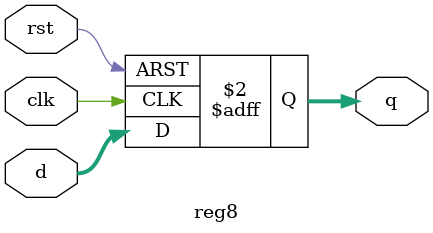
<source format=v>
module reg8(
    input [7:0] d,
    input clk,
    input rst,
    output reg [7:0] q
);

always @(posedge clk , posedge rst) 
begin
    if(rst)
        q <= 8'b00000001;
    else
        q <= d;    
end

endmodule
</source>
